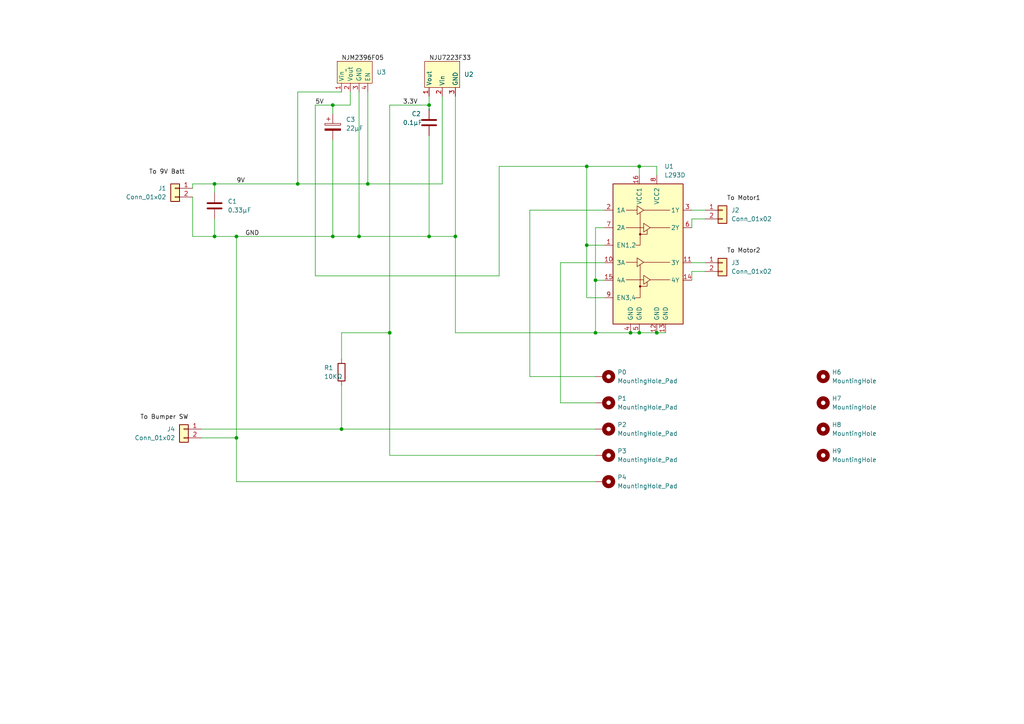
<source format=kicad_sch>
(kicad_sch (version 20230121) (generator eeschema)

  (uuid b061b30a-9339-434a-8325-6c25aee629e8)

  (paper "A4")

  (title_block
    (title "micro:bit curling robot")
    (date "2024-01-21")
    (rev "0.2")
  )

  (lib_symbols
    (symbol "Connector_Generic:Conn_01x02" (pin_names (offset 1.016) hide) (in_bom yes) (on_board yes)
      (property "Reference" "J" (at 0 2.54 0)
        (effects (font (size 1.27 1.27)))
      )
      (property "Value" "Conn_01x02" (at 0 -5.08 0)
        (effects (font (size 1.27 1.27)))
      )
      (property "Footprint" "" (at 0 0 0)
        (effects (font (size 1.27 1.27)) hide)
      )
      (property "Datasheet" "~" (at 0 0 0)
        (effects (font (size 1.27 1.27)) hide)
      )
      (property "ki_keywords" "connector" (at 0 0 0)
        (effects (font (size 1.27 1.27)) hide)
      )
      (property "ki_description" "Generic connector, single row, 01x02, script generated (kicad-library-utils/schlib/autogen/connector/)" (at 0 0 0)
        (effects (font (size 1.27 1.27)) hide)
      )
      (property "ki_fp_filters" "Connector*:*_1x??_*" (at 0 0 0)
        (effects (font (size 1.27 1.27)) hide)
      )
      (symbol "Conn_01x02_1_1"
        (rectangle (start -1.27 -2.413) (end 0 -2.667)
          (stroke (width 0.1524) (type default))
          (fill (type none))
        )
        (rectangle (start -1.27 0.127) (end 0 -0.127)
          (stroke (width 0.1524) (type default))
          (fill (type none))
        )
        (rectangle (start -1.27 1.27) (end 1.27 -3.81)
          (stroke (width 0.254) (type default))
          (fill (type background))
        )
        (pin passive line (at -5.08 0 0) (length 3.81)
          (name "Pin_1" (effects (font (size 1.27 1.27))))
          (number "1" (effects (font (size 1.27 1.27))))
        )
        (pin passive line (at -5.08 -2.54 0) (length 3.81)
          (name "Pin_2" (effects (font (size 1.27 1.27))))
          (number "2" (effects (font (size 1.27 1.27))))
        )
      )
    )
    (symbol "Device:C" (pin_numbers hide) (pin_names (offset 0.254)) (in_bom yes) (on_board yes)
      (property "Reference" "C" (at 0.635 2.54 0)
        (effects (font (size 1.27 1.27)) (justify left))
      )
      (property "Value" "C" (at 0.635 -2.54 0)
        (effects (font (size 1.27 1.27)) (justify left))
      )
      (property "Footprint" "" (at 0.9652 -3.81 0)
        (effects (font (size 1.27 1.27)) hide)
      )
      (property "Datasheet" "~" (at 0 0 0)
        (effects (font (size 1.27 1.27)) hide)
      )
      (property "ki_keywords" "cap capacitor" (at 0 0 0)
        (effects (font (size 1.27 1.27)) hide)
      )
      (property "ki_description" "Unpolarized capacitor" (at 0 0 0)
        (effects (font (size 1.27 1.27)) hide)
      )
      (property "ki_fp_filters" "C_*" (at 0 0 0)
        (effects (font (size 1.27 1.27)) hide)
      )
      (symbol "C_0_1"
        (polyline
          (pts
            (xy -2.032 -0.762)
            (xy 2.032 -0.762)
          )
          (stroke (width 0.508) (type default))
          (fill (type none))
        )
        (polyline
          (pts
            (xy -2.032 0.762)
            (xy 2.032 0.762)
          )
          (stroke (width 0.508) (type default))
          (fill (type none))
        )
      )
      (symbol "C_1_1"
        (pin passive line (at 0 3.81 270) (length 2.794)
          (name "~" (effects (font (size 1.27 1.27))))
          (number "1" (effects (font (size 1.27 1.27))))
        )
        (pin passive line (at 0 -3.81 90) (length 2.794)
          (name "~" (effects (font (size 1.27 1.27))))
          (number "2" (effects (font (size 1.27 1.27))))
        )
      )
    )
    (symbol "Device:C_Polarized" (pin_numbers hide) (pin_names (offset 0.254)) (in_bom yes) (on_board yes)
      (property "Reference" "C" (at 0.635 2.54 0)
        (effects (font (size 1.27 1.27)) (justify left))
      )
      (property "Value" "C_Polarized" (at 0.635 -2.54 0)
        (effects (font (size 1.27 1.27)) (justify left))
      )
      (property "Footprint" "" (at 0.9652 -3.81 0)
        (effects (font (size 1.27 1.27)) hide)
      )
      (property "Datasheet" "~" (at 0 0 0)
        (effects (font (size 1.27 1.27)) hide)
      )
      (property "ki_keywords" "cap capacitor" (at 0 0 0)
        (effects (font (size 1.27 1.27)) hide)
      )
      (property "ki_description" "Polarized capacitor" (at 0 0 0)
        (effects (font (size 1.27 1.27)) hide)
      )
      (property "ki_fp_filters" "CP_*" (at 0 0 0)
        (effects (font (size 1.27 1.27)) hide)
      )
      (symbol "C_Polarized_0_1"
        (rectangle (start -2.286 0.508) (end 2.286 1.016)
          (stroke (width 0) (type default))
          (fill (type none))
        )
        (polyline
          (pts
            (xy -1.778 2.286)
            (xy -0.762 2.286)
          )
          (stroke (width 0) (type default))
          (fill (type none))
        )
        (polyline
          (pts
            (xy -1.27 2.794)
            (xy -1.27 1.778)
          )
          (stroke (width 0) (type default))
          (fill (type none))
        )
        (rectangle (start 2.286 -0.508) (end -2.286 -1.016)
          (stroke (width 0) (type default))
          (fill (type outline))
        )
      )
      (symbol "C_Polarized_1_1"
        (pin passive line (at 0 3.81 270) (length 2.794)
          (name "~" (effects (font (size 1.27 1.27))))
          (number "1" (effects (font (size 1.27 1.27))))
        )
        (pin passive line (at 0 -3.81 90) (length 2.794)
          (name "~" (effects (font (size 1.27 1.27))))
          (number "2" (effects (font (size 1.27 1.27))))
        )
      )
    )
    (symbol "Device:R" (pin_numbers hide) (pin_names (offset 0)) (in_bom yes) (on_board yes)
      (property "Reference" "R" (at 2.032 0 90)
        (effects (font (size 1.27 1.27)))
      )
      (property "Value" "R" (at 0 0 90)
        (effects (font (size 1.27 1.27)))
      )
      (property "Footprint" "" (at -1.778 0 90)
        (effects (font (size 1.27 1.27)) hide)
      )
      (property "Datasheet" "~" (at 0 0 0)
        (effects (font (size 1.27 1.27)) hide)
      )
      (property "ki_keywords" "R res resistor" (at 0 0 0)
        (effects (font (size 1.27 1.27)) hide)
      )
      (property "ki_description" "Resistor" (at 0 0 0)
        (effects (font (size 1.27 1.27)) hide)
      )
      (property "ki_fp_filters" "R_*" (at 0 0 0)
        (effects (font (size 1.27 1.27)) hide)
      )
      (symbol "R_0_1"
        (rectangle (start -1.016 -2.54) (end 1.016 2.54)
          (stroke (width 0.254) (type default))
          (fill (type none))
        )
      )
      (symbol "R_1_1"
        (pin passive line (at 0 3.81 270) (length 1.27)
          (name "~" (effects (font (size 1.27 1.27))))
          (number "1" (effects (font (size 1.27 1.27))))
        )
        (pin passive line (at 0 -3.81 90) (length 1.27)
          (name "~" (effects (font (size 1.27 1.27))))
          (number "2" (effects (font (size 1.27 1.27))))
        )
      )
    )
    (symbol "Driver_Motor:L293D" (pin_names (offset 1.016)) (in_bom yes) (on_board yes)
      (property "Reference" "U" (at -5.08 26.035 0)
        (effects (font (size 1.27 1.27)) (justify right))
      )
      (property "Value" "L293D" (at -5.08 24.13 0)
        (effects (font (size 1.27 1.27)) (justify right))
      )
      (property "Footprint" "Package_DIP:DIP-16_W7.62mm" (at 6.35 -19.05 0)
        (effects (font (size 1.27 1.27)) (justify left) hide)
      )
      (property "Datasheet" "http://www.ti.com/lit/ds/symlink/l293.pdf" (at -7.62 17.78 0)
        (effects (font (size 1.27 1.27)) hide)
      )
      (property "ki_keywords" "Half-H Driver Motor" (at 0 0 0)
        (effects (font (size 1.27 1.27)) hide)
      )
      (property "ki_description" "Quadruple Half-H Drivers" (at 0 0 0)
        (effects (font (size 1.27 1.27)) hide)
      )
      (property "ki_fp_filters" "DIP*W7.62mm*" (at 0 0 0)
        (effects (font (size 1.27 1.27)) hide)
      )
      (symbol "L293D_0_1"
        (rectangle (start -10.16 22.86) (end 10.16 -17.78)
          (stroke (width 0.254) (type default))
          (fill (type background))
        )
        (circle (center -2.286 -6.858) (radius 0.254)
          (stroke (width 0) (type default))
          (fill (type outline))
        )
        (circle (center -2.286 8.255) (radius 0.254)
          (stroke (width 0) (type default))
          (fill (type outline))
        )
        (polyline
          (pts
            (xy -6.35 -4.953)
            (xy -1.27 -4.953)
          )
          (stroke (width 0) (type default))
          (fill (type none))
        )
        (polyline
          (pts
            (xy -6.35 0.127)
            (xy -3.175 0.127)
          )
          (stroke (width 0) (type default))
          (fill (type none))
        )
        (polyline
          (pts
            (xy -6.35 10.16)
            (xy -1.27 10.16)
          )
          (stroke (width 0) (type default))
          (fill (type none))
        )
        (polyline
          (pts
            (xy -6.35 15.24)
            (xy -3.175 15.24)
          )
          (stroke (width 0) (type default))
          (fill (type none))
        )
        (polyline
          (pts
            (xy -1.27 0.127)
            (xy 6.35 0.127)
          )
          (stroke (width 0) (type default))
          (fill (type none))
        )
        (polyline
          (pts
            (xy -1.27 15.24)
            (xy 6.35 15.24)
          )
          (stroke (width 0) (type default))
          (fill (type none))
        )
        (polyline
          (pts
            (xy 0.635 -4.953)
            (xy 6.35 -4.953)
          )
          (stroke (width 0) (type default))
          (fill (type none))
        )
        (polyline
          (pts
            (xy 0.635 10.16)
            (xy 6.35 10.16)
          )
          (stroke (width 0) (type default))
          (fill (type none))
        )
        (polyline
          (pts
            (xy -2.286 -6.858)
            (xy -0.254 -6.858)
            (xy -0.254 -5.588)
          )
          (stroke (width 0) (type default))
          (fill (type none))
        )
        (polyline
          (pts
            (xy -2.286 -0.635)
            (xy -2.286 -10.16)
            (xy -3.556 -10.16)
          )
          (stroke (width 0) (type default))
          (fill (type none))
        )
        (polyline
          (pts
            (xy -2.286 8.255)
            (xy -0.254 8.255)
            (xy -0.254 9.525)
          )
          (stroke (width 0) (type default))
          (fill (type none))
        )
        (polyline
          (pts
            (xy -2.286 14.478)
            (xy -2.286 5.08)
            (xy -3.556 5.08)
          )
          (stroke (width 0) (type default))
          (fill (type none))
        )
        (polyline
          (pts
            (xy -3.175 1.397)
            (xy -3.175 -1.143)
            (xy -1.27 0.127)
            (xy -3.175 1.397)
          )
          (stroke (width 0) (type default))
          (fill (type none))
        )
        (polyline
          (pts
            (xy -3.175 16.51)
            (xy -3.175 13.97)
            (xy -1.27 15.24)
            (xy -3.175 16.51)
          )
          (stroke (width 0) (type default))
          (fill (type none))
        )
        (polyline
          (pts
            (xy -1.27 -3.683)
            (xy -1.27 -6.223)
            (xy 0.635 -4.953)
            (xy -1.27 -3.683)
          )
          (stroke (width 0) (type default))
          (fill (type none))
        )
        (polyline
          (pts
            (xy -1.27 11.43)
            (xy -1.27 8.89)
            (xy 0.635 10.16)
            (xy -1.27 11.43)
          )
          (stroke (width 0) (type default))
          (fill (type none))
        )
      )
      (symbol "L293D_1_1"
        (pin input line (at -12.7 5.08 0) (length 2.54)
          (name "EN1,2" (effects (font (size 1.27 1.27))))
          (number "1" (effects (font (size 1.27 1.27))))
        )
        (pin input line (at -12.7 0 0) (length 2.54)
          (name "3A" (effects (font (size 1.27 1.27))))
          (number "10" (effects (font (size 1.27 1.27))))
        )
        (pin output line (at 12.7 0 180) (length 2.54)
          (name "3Y" (effects (font (size 1.27 1.27))))
          (number "11" (effects (font (size 1.27 1.27))))
        )
        (pin power_in line (at 2.54 -20.32 90) (length 2.54)
          (name "GND" (effects (font (size 1.27 1.27))))
          (number "12" (effects (font (size 1.27 1.27))))
        )
        (pin power_in line (at 5.08 -20.32 90) (length 2.54)
          (name "GND" (effects (font (size 1.27 1.27))))
          (number "13" (effects (font (size 1.27 1.27))))
        )
        (pin output line (at 12.7 -5.08 180) (length 2.54)
          (name "4Y" (effects (font (size 1.27 1.27))))
          (number "14" (effects (font (size 1.27 1.27))))
        )
        (pin input line (at -12.7 -5.08 0) (length 2.54)
          (name "4A" (effects (font (size 1.27 1.27))))
          (number "15" (effects (font (size 1.27 1.27))))
        )
        (pin power_in line (at -2.54 25.4 270) (length 2.54)
          (name "VCC1" (effects (font (size 1.27 1.27))))
          (number "16" (effects (font (size 1.27 1.27))))
        )
        (pin input line (at -12.7 15.24 0) (length 2.54)
          (name "1A" (effects (font (size 1.27 1.27))))
          (number "2" (effects (font (size 1.27 1.27))))
        )
        (pin output line (at 12.7 15.24 180) (length 2.54)
          (name "1Y" (effects (font (size 1.27 1.27))))
          (number "3" (effects (font (size 1.27 1.27))))
        )
        (pin power_in line (at -5.08 -20.32 90) (length 2.54)
          (name "GND" (effects (font (size 1.27 1.27))))
          (number "4" (effects (font (size 1.27 1.27))))
        )
        (pin power_in line (at -2.54 -20.32 90) (length 2.54)
          (name "GND" (effects (font (size 1.27 1.27))))
          (number "5" (effects (font (size 1.27 1.27))))
        )
        (pin output line (at 12.7 10.16 180) (length 2.54)
          (name "2Y" (effects (font (size 1.27 1.27))))
          (number "6" (effects (font (size 1.27 1.27))))
        )
        (pin input line (at -12.7 10.16 0) (length 2.54)
          (name "2A" (effects (font (size 1.27 1.27))))
          (number "7" (effects (font (size 1.27 1.27))))
        )
        (pin power_in line (at 2.54 25.4 270) (length 2.54)
          (name "VCC2" (effects (font (size 1.27 1.27))))
          (number "8" (effects (font (size 1.27 1.27))))
        )
        (pin input line (at -12.7 -10.16 0) (length 2.54)
          (name "EN3,4" (effects (font (size 1.27 1.27))))
          (number "9" (effects (font (size 1.27 1.27))))
        )
      )
    )
    (symbol "Mechanical:MountingHole" (pin_names (offset 1.016)) (in_bom yes) (on_board yes)
      (property "Reference" "H" (at 0 5.08 0)
        (effects (font (size 1.27 1.27)))
      )
      (property "Value" "MountingHole" (at 0 3.175 0)
        (effects (font (size 1.27 1.27)))
      )
      (property "Footprint" "" (at 0 0 0)
        (effects (font (size 1.27 1.27)) hide)
      )
      (property "Datasheet" "~" (at 0 0 0)
        (effects (font (size 1.27 1.27)) hide)
      )
      (property "ki_keywords" "mounting hole" (at 0 0 0)
        (effects (font (size 1.27 1.27)) hide)
      )
      (property "ki_description" "Mounting Hole without connection" (at 0 0 0)
        (effects (font (size 1.27 1.27)) hide)
      )
      (property "ki_fp_filters" "MountingHole*" (at 0 0 0)
        (effects (font (size 1.27 1.27)) hide)
      )
      (symbol "MountingHole_0_1"
        (circle (center 0 0) (radius 1.27)
          (stroke (width 1.27) (type default))
          (fill (type none))
        )
      )
    )
    (symbol "Mechanical:MountingHole_Pad" (pin_numbers hide) (pin_names (offset 1.016) hide) (in_bom yes) (on_board yes)
      (property "Reference" "H" (at 0 6.35 0)
        (effects (font (size 1.27 1.27)))
      )
      (property "Value" "MountingHole_Pad" (at 0 4.445 0)
        (effects (font (size 1.27 1.27)))
      )
      (property "Footprint" "" (at 0 0 0)
        (effects (font (size 1.27 1.27)) hide)
      )
      (property "Datasheet" "~" (at 0 0 0)
        (effects (font (size 1.27 1.27)) hide)
      )
      (property "ki_keywords" "mounting hole" (at 0 0 0)
        (effects (font (size 1.27 1.27)) hide)
      )
      (property "ki_description" "Mounting Hole with connection" (at 0 0 0)
        (effects (font (size 1.27 1.27)) hide)
      )
      (property "ki_fp_filters" "MountingHole*Pad*" (at 0 0 0)
        (effects (font (size 1.27 1.27)) hide)
      )
      (symbol "MountingHole_Pad_0_1"
        (circle (center 0 1.27) (radius 1.27)
          (stroke (width 1.27) (type default))
          (fill (type none))
        )
      )
      (symbol "MountingHole_Pad_1_1"
        (pin input line (at 0 -2.54 90) (length 2.54)
          (name "1" (effects (font (size 1.27 1.27))))
          (number "1" (effects (font (size 1.27 1.27))))
        )
      )
    )
    (symbol "My_Library:NJM2396F05" (in_bom yes) (on_board yes)
      (property "Reference" "U" (at 2.54 5.08 0)
        (effects (font (size 1.27 1.27)))
      )
      (property "Value" "" (at 0 1.27 0)
        (effects (font (size 1.27 1.27)))
      )
      (property "Footprint" "" (at 0 1.27 0)
        (effects (font (size 1.27 1.27)) hide)
      )
      (property "Datasheet" "" (at 0 1.27 0)
        (effects (font (size 1.27 1.27)) hide)
      )
      (symbol "NJM2396F05_1_1"
        (rectangle (start -3.81 3.81) (end 2.54 -6.35)
          (stroke (width 0) (type default))
          (fill (type background))
        )
        (pin input line (at -6.35 2.54 0) (length 2.54)
          (name "Vin" (effects (font (size 1.27 1.27))))
          (number "1" (effects (font (size 1.27 1.27))))
        )
        (pin input line (at -6.35 0 0) (length 2.54)
          (name "Vout" (effects (font (size 1.27 1.27))))
          (number "2" (effects (font (size 1.27 1.27))))
        )
        (pin input line (at -6.35 -2.54 0) (length 2.54)
          (name "GND" (effects (font (size 1.27 1.27))))
          (number "3" (effects (font (size 1.27 1.27))))
        )
        (pin input line (at -6.35 -5.08 0) (length 2.54)
          (name "EN" (effects (font (size 1.27 1.27))))
          (number "4" (effects (font (size 1.27 1.27))))
        )
      )
    )
    (symbol "My_Library:NJU7223F33" (in_bom yes) (on_board yes)
      (property "Reference" "NJU7223F33" (at 0 3.81 0)
        (effects (font (size 1.27 1.27)))
      )
      (property "Value" "" (at 0 0 0)
        (effects (font (size 1.27 1.27)))
      )
      (property "Footprint" "" (at 0 0 0)
        (effects (font (size 1.27 1.27)) hide)
      )
      (property "Datasheet" "" (at 0 0 0)
        (effects (font (size 1.27 1.27)) hide)
      )
      (symbol "NJU7223F33_1_1"
        (rectangle (start 6.35 1.27) (end 13.97 -8.89)
          (stroke (width 0) (type default))
          (fill (type background))
        )
        (pin output line (at 3.81 0 0) (length 2.54)
          (name "Vout" (effects (font (size 1.27 1.27))))
          (number "1" (effects (font (size 1.27 1.27))))
        )
        (pin output line (at 3.81 -3.81 0) (length 2.54)
          (name "Vin" (effects (font (size 1.27 1.27))))
          (number "2" (effects (font (size 1.27 1.27))))
        )
        (pin free line (at 3.81 -7.62 0) (length 2.54)
          (name "GND" (effects (font (size 1.27 1.27))))
          (number "3" (effects (font (size 1.27 1.27))))
        )
      )
    )
  )

  (junction (at 86.36 53.34) (diameter 0) (color 0 0 0 0)
    (uuid 164d3cd0-1bfe-47f6-baec-36fc860214db)
  )
  (junction (at 96.52 68.58) (diameter 0) (color 0 0 0 0)
    (uuid 2962b9a3-ad55-4b33-b821-0f07aa528f39)
  )
  (junction (at 62.23 68.58) (diameter 0) (color 0 0 0 0)
    (uuid 39ed430a-381f-49be-9dc1-2150449b98cd)
  )
  (junction (at 172.72 96.52) (diameter 0) (color 0 0 0 0)
    (uuid 44179c43-d950-4221-af17-8107e491684d)
  )
  (junction (at 62.23 53.34) (diameter 0) (color 0 0 0 0)
    (uuid 55521da3-9d0e-4ec0-bbf8-683c9ff42292)
  )
  (junction (at 172.72 81.28) (diameter 0) (color 0 0 0 0)
    (uuid 696c5c72-36b1-43de-9295-f1ec09fe845f)
  )
  (junction (at 185.42 48.26) (diameter 0) (color 0 0 0 0)
    (uuid 78c0bba8-25f8-4576-8b8a-6d3057bbad23)
  )
  (junction (at 132.08 68.58) (diameter 0) (color 0 0 0 0)
    (uuid 842bee81-67d4-438c-84fa-f83eb66ae5d0)
  )
  (junction (at 170.18 71.12) (diameter 0) (color 0 0 0 0)
    (uuid 89aecab0-97ec-412c-8bd3-656773474133)
  )
  (junction (at 185.42 96.52) (diameter 0) (color 0 0 0 0)
    (uuid 9e4a7b92-dcbd-4619-b332-edefb3524d36)
  )
  (junction (at 68.58 68.58) (diameter 0) (color 0 0 0 0)
    (uuid ab972e6f-a90c-4eae-b424-680ce36f108f)
  )
  (junction (at 124.46 30.48) (diameter 0) (color 0 0 0 0)
    (uuid c3530614-3edd-4943-b7f0-cca7130f5659)
  )
  (junction (at 99.06 124.46) (diameter 0) (color 0 0 0 0)
    (uuid c3b10392-8dc9-43b2-aaac-50a3269cafbf)
  )
  (junction (at 170.18 48.26) (diameter 0) (color 0 0 0 0)
    (uuid c91ff29d-c8ec-4dd2-b59b-7de82220ccb8)
  )
  (junction (at 104.14 68.58) (diameter 0) (color 0 0 0 0)
    (uuid d58fc3b3-5851-4b53-a5d7-45b809e5aa7f)
  )
  (junction (at 182.88 96.52) (diameter 0) (color 0 0 0 0)
    (uuid df44cfe2-049b-42f0-8c8e-f2b56509c54a)
  )
  (junction (at 124.46 68.58) (diameter 0) (color 0 0 0 0)
    (uuid e4182785-8c50-4c3c-a2e0-aaba469ef992)
  )
  (junction (at 68.58 127) (diameter 0) (color 0 0 0 0)
    (uuid eb3245b5-67d7-4a47-bb56-0ded1c260124)
  )
  (junction (at 190.5 96.52) (diameter 0) (color 0 0 0 0)
    (uuid ef2ececf-7339-4079-ba62-df74a4f0f502)
  )
  (junction (at 113.03 96.52) (diameter 0) (color 0 0 0 0)
    (uuid f42fbb93-1c40-46ff-b254-71cca84a5389)
  )
  (junction (at 106.68 53.34) (diameter 0) (color 0 0 0 0)
    (uuid f4b59b1b-aff0-4159-8b26-8ebf6273d248)
  )
  (junction (at 96.52 30.48) (diameter 0) (color 0 0 0 0)
    (uuid fb6acb78-6c41-43e6-9c15-6630112a2de0)
  )

  (wire (pts (xy 132.08 96.52) (xy 172.72 96.52))
    (stroke (width 0) (type default))
    (uuid 076275ca-6aac-49bb-a59b-d54f4a6415ad)
  )
  (wire (pts (xy 200.66 76.2) (xy 204.47 76.2))
    (stroke (width 0) (type default))
    (uuid 08b8d6cb-3483-4f06-9325-1833852821f1)
  )
  (wire (pts (xy 128.27 27.94) (xy 128.27 53.34))
    (stroke (width 0) (type default))
    (uuid 0e9d5ec0-3755-41c5-a965-9f9f6335c1fd)
  )
  (wire (pts (xy 113.03 30.48) (xy 124.46 30.48))
    (stroke (width 0) (type default))
    (uuid 12a0fa5f-6024-40e6-b7df-81a12e0b784a)
  )
  (wire (pts (xy 170.18 48.26) (xy 185.42 48.26))
    (stroke (width 0) (type default))
    (uuid 1adf3fa4-0fa3-4479-85ce-d1f637e6aeca)
  )
  (wire (pts (xy 132.08 68.58) (xy 124.46 68.58))
    (stroke (width 0) (type default))
    (uuid 1e5ece9b-e3d0-434e-849b-3463d42f9ad1)
  )
  (wire (pts (xy 104.14 68.58) (xy 96.52 68.58))
    (stroke (width 0) (type default))
    (uuid 1e806568-1306-4e92-bca0-a567c089a058)
  )
  (wire (pts (xy 62.23 68.58) (xy 68.58 68.58))
    (stroke (width 0) (type default))
    (uuid 25487b08-f815-4ac1-a354-2ba533a728c5)
  )
  (wire (pts (xy 172.72 139.7) (xy 68.58 139.7))
    (stroke (width 0) (type default))
    (uuid 2d8a1405-7a77-4131-82e4-75524ccc87cc)
  )
  (wire (pts (xy 113.03 96.52) (xy 99.06 96.52))
    (stroke (width 0) (type default))
    (uuid 30198fc1-46ed-4d3d-bd97-d3c849717594)
  )
  (wire (pts (xy 91.44 30.48) (xy 91.44 80.01))
    (stroke (width 0) (type default))
    (uuid 301f7e53-7dc1-4ebf-9414-999fac36bf85)
  )
  (wire (pts (xy 113.03 30.48) (xy 113.03 96.52))
    (stroke (width 0) (type default))
    (uuid 31c08990-fffa-424a-83f4-890681a9332a)
  )
  (wire (pts (xy 86.36 53.34) (xy 106.68 53.34))
    (stroke (width 0) (type default))
    (uuid 34f6a711-f184-44ce-bcf2-23de5271528b)
  )
  (wire (pts (xy 68.58 68.58) (xy 68.58 127))
    (stroke (width 0) (type default))
    (uuid 38e20017-6b8a-4eb7-8921-8a3e5a0ec69d)
  )
  (wire (pts (xy 124.46 31.75) (xy 124.46 30.48))
    (stroke (width 0) (type default))
    (uuid 3d8a6f43-8e40-46ba-8b5a-2d454559e899)
  )
  (wire (pts (xy 175.26 81.28) (xy 172.72 81.28))
    (stroke (width 0) (type default))
    (uuid 3e0fe03f-a509-4768-ac5c-a84ee5629b46)
  )
  (wire (pts (xy 55.88 53.34) (xy 55.88 54.61))
    (stroke (width 0) (type default))
    (uuid 3fb358ed-b02b-4a9d-8f18-daedac95c020)
  )
  (wire (pts (xy 172.72 81.28) (xy 172.72 96.52))
    (stroke (width 0) (type default))
    (uuid 406da3f1-3779-4e3b-837f-457b45d653f0)
  )
  (wire (pts (xy 55.88 68.58) (xy 62.23 68.58))
    (stroke (width 0) (type default))
    (uuid 42970a7c-c8b4-42dd-b833-312aaf6cc0a6)
  )
  (wire (pts (xy 68.58 68.58) (xy 96.52 68.58))
    (stroke (width 0) (type default))
    (uuid 443fd846-9a4c-4c90-9c77-1316d4d8ecba)
  )
  (wire (pts (xy 68.58 127) (xy 68.58 139.7))
    (stroke (width 0) (type default))
    (uuid 44cedf38-baf7-47bc-9f3c-684537b2705f)
  )
  (wire (pts (xy 200.66 60.96) (xy 204.47 60.96))
    (stroke (width 0) (type default))
    (uuid 4ab2c342-67b6-45ce-a9da-7118e5929190)
  )
  (wire (pts (xy 99.06 26.67) (xy 86.36 26.67))
    (stroke (width 0) (type default))
    (uuid 532e7039-933d-452e-a0be-30c1b200f6b8)
  )
  (wire (pts (xy 55.88 53.34) (xy 62.23 53.34))
    (stroke (width 0) (type default))
    (uuid 535210ae-af3f-4e40-b0de-d30fe1150758)
  )
  (wire (pts (xy 96.52 33.02) (xy 96.52 30.48))
    (stroke (width 0) (type default))
    (uuid 5989472e-ec97-40c5-a241-f6fa8a6827f6)
  )
  (wire (pts (xy 182.88 96.52) (xy 185.42 96.52))
    (stroke (width 0) (type default))
    (uuid 59af46d9-eb54-4a5e-98da-4428d2d6b60d)
  )
  (wire (pts (xy 175.26 66.04) (xy 172.72 66.04))
    (stroke (width 0) (type default))
    (uuid 59f2b85f-059e-4342-af40-d983802b8397)
  )
  (wire (pts (xy 91.44 80.01) (xy 144.78 80.01))
    (stroke (width 0) (type default))
    (uuid 5b431d66-c35b-407f-a5d9-287950bd426d)
  )
  (wire (pts (xy 162.56 76.2) (xy 175.26 76.2))
    (stroke (width 0) (type default))
    (uuid 60990e21-204b-492f-8c1c-e30ae29c2320)
  )
  (wire (pts (xy 162.56 116.84) (xy 172.72 116.84))
    (stroke (width 0) (type default))
    (uuid 646e2415-61e4-425b-8342-6f5aca3d361f)
  )
  (wire (pts (xy 172.72 96.52) (xy 182.88 96.52))
    (stroke (width 0) (type default))
    (uuid 6a9a736e-62d3-4a13-a14d-bb08f5c97d50)
  )
  (wire (pts (xy 172.72 132.08) (xy 113.03 132.08))
    (stroke (width 0) (type default))
    (uuid 6dae6fac-c968-4cf3-a97f-7aa2e2928e08)
  )
  (wire (pts (xy 185.42 48.26) (xy 190.5 48.26))
    (stroke (width 0) (type default))
    (uuid 7359a5af-e4a9-47da-9581-015d831c4e54)
  )
  (wire (pts (xy 106.68 53.34) (xy 128.27 53.34))
    (stroke (width 0) (type default))
    (uuid 756f7202-df77-4d6d-8ac8-4049afda2d52)
  )
  (wire (pts (xy 153.67 60.96) (xy 153.67 109.22))
    (stroke (width 0) (type default))
    (uuid 762f3fcd-49cb-4d2b-b4c5-a32e0904c9dc)
  )
  (wire (pts (xy 101.6 30.48) (xy 96.52 30.48))
    (stroke (width 0) (type default))
    (uuid 768dc4b6-bf1f-4a9d-98a0-cf25a4a75586)
  )
  (wire (pts (xy 99.06 124.46) (xy 172.72 124.46))
    (stroke (width 0) (type default))
    (uuid 781fc735-a4f5-4db7-9620-cdffc977ce5c)
  )
  (wire (pts (xy 170.18 71.12) (xy 170.18 86.36))
    (stroke (width 0) (type default))
    (uuid 7b9e5f12-c1a9-49ea-a8af-e243b4436f53)
  )
  (wire (pts (xy 99.06 111.76) (xy 99.06 124.46))
    (stroke (width 0) (type default))
    (uuid 7c928acd-4a72-4abb-8925-1e1440270cb7)
  )
  (wire (pts (xy 170.18 71.12) (xy 175.26 71.12))
    (stroke (width 0) (type default))
    (uuid 7dd64a89-1f5f-4233-bb83-14385f760c75)
  )
  (wire (pts (xy 153.67 60.96) (xy 175.26 60.96))
    (stroke (width 0) (type default))
    (uuid 84679ef7-6469-4ecb-bf7f-1e0aa77b31c9)
  )
  (wire (pts (xy 185.42 96.52) (xy 190.5 96.52))
    (stroke (width 0) (type default))
    (uuid 8509985e-e546-45fc-85b8-0c34e89b0694)
  )
  (wire (pts (xy 170.18 48.26) (xy 170.18 71.12))
    (stroke (width 0) (type default))
    (uuid 876c060a-fa62-4b39-a030-8563c42b5fda)
  )
  (wire (pts (xy 204.47 63.5) (xy 200.66 63.5))
    (stroke (width 0) (type default))
    (uuid 8e39059f-d7e1-4e75-ae94-455c75da7912)
  )
  (wire (pts (xy 190.5 96.52) (xy 193.04 96.52))
    (stroke (width 0) (type default))
    (uuid 95c872a8-47ed-476f-9299-ad963fd31a78)
  )
  (wire (pts (xy 144.78 80.01) (xy 144.78 48.26))
    (stroke (width 0) (type default))
    (uuid 9be4e00f-7596-4e63-b4ab-7f7d61c96a1a)
  )
  (wire (pts (xy 86.36 26.67) (xy 86.36 53.34))
    (stroke (width 0) (type default))
    (uuid 9d7a2de2-a65d-4c24-8f4b-1184a1795f1b)
  )
  (wire (pts (xy 91.44 30.48) (xy 96.52 30.48))
    (stroke (width 0) (type default))
    (uuid 9e1b3cf1-a8bc-4423-b1b9-9645da202c84)
  )
  (wire (pts (xy 62.23 53.34) (xy 62.23 55.88))
    (stroke (width 0) (type default))
    (uuid 9e55f6ac-d9e5-4091-a6d6-17418ddb20f8)
  )
  (wire (pts (xy 162.56 76.2) (xy 162.56 116.84))
    (stroke (width 0) (type default))
    (uuid 9eabf900-5be9-4e82-bece-5d70443ca20e)
  )
  (wire (pts (xy 124.46 39.37) (xy 124.46 68.58))
    (stroke (width 0) (type default))
    (uuid a8744cbd-6671-4479-a3ff-f252a67323c3)
  )
  (wire (pts (xy 190.5 48.26) (xy 190.5 50.8))
    (stroke (width 0) (type default))
    (uuid a8db4021-039f-427f-b844-d1e35c6fcfb1)
  )
  (wire (pts (xy 144.78 48.26) (xy 170.18 48.26))
    (stroke (width 0) (type default))
    (uuid af436868-7431-43a3-9650-af16ea0326e2)
  )
  (wire (pts (xy 153.67 109.22) (xy 172.72 109.22))
    (stroke (width 0) (type default))
    (uuid bb87e273-3e23-4273-8cae-260cd620e01f)
  )
  (wire (pts (xy 204.47 78.74) (xy 200.66 78.74))
    (stroke (width 0) (type default))
    (uuid bc00b848-26ac-438a-b0a8-c5fd5484f250)
  )
  (wire (pts (xy 200.66 63.5) (xy 200.66 66.04))
    (stroke (width 0) (type default))
    (uuid bcf86aa1-5c10-4412-abe5-5fc4aabf5514)
  )
  (wire (pts (xy 101.6 26.67) (xy 101.6 30.48))
    (stroke (width 0) (type default))
    (uuid bd74ab3b-eca7-45a7-8790-32d9ce8e8f80)
  )
  (wire (pts (xy 172.72 66.04) (xy 172.72 81.28))
    (stroke (width 0) (type default))
    (uuid c26dac2d-30aa-45e6-bb89-898d54ab743c)
  )
  (wire (pts (xy 124.46 27.94) (xy 124.46 30.48))
    (stroke (width 0) (type default))
    (uuid c3d9563d-375c-46b2-a101-5f130f40edca)
  )
  (wire (pts (xy 132.08 27.94) (xy 132.08 68.58))
    (stroke (width 0) (type default))
    (uuid c54e2d4f-8fbd-45fa-abcf-c0c7b664098d)
  )
  (wire (pts (xy 55.88 57.15) (xy 55.88 68.58))
    (stroke (width 0) (type default))
    (uuid cbd6e0c8-1021-4fd0-a7d2-744b9d627378)
  )
  (wire (pts (xy 170.18 86.36) (xy 175.26 86.36))
    (stroke (width 0) (type default))
    (uuid cfa8d4ab-56d1-4528-aefc-dbf1bf143245)
  )
  (wire (pts (xy 58.42 127) (xy 68.58 127))
    (stroke (width 0) (type default))
    (uuid d81f9cc4-7d9d-4260-8724-f8987bfffd7a)
  )
  (wire (pts (xy 132.08 68.58) (xy 132.08 96.52))
    (stroke (width 0) (type default))
    (uuid daa3a4e2-0b25-41a0-81c3-67ea8985fed6)
  )
  (wire (pts (xy 124.46 68.58) (xy 104.14 68.58))
    (stroke (width 0) (type default))
    (uuid de4843d0-cbb5-41f6-98a3-bc04c38367c5)
  )
  (wire (pts (xy 106.68 26.67) (xy 106.68 53.34))
    (stroke (width 0) (type default))
    (uuid debb3f50-0acc-4ce1-9676-50bc52bfc363)
  )
  (wire (pts (xy 96.52 40.64) (xy 96.52 68.58))
    (stroke (width 0) (type default))
    (uuid e06100d6-51e5-4685-a430-e758ee493938)
  )
  (wire (pts (xy 104.14 26.67) (xy 104.14 68.58))
    (stroke (width 0) (type default))
    (uuid e3df353b-3fe0-4d9b-9b3e-be2d0a45c2e2)
  )
  (wire (pts (xy 185.42 48.26) (xy 185.42 50.8))
    (stroke (width 0) (type default))
    (uuid e7eb5ea6-7810-4488-a6a4-ea0522363f2b)
  )
  (wire (pts (xy 113.03 132.08) (xy 113.03 96.52))
    (stroke (width 0) (type default))
    (uuid ed8328a8-3da5-4a9e-b779-79e23a026973)
  )
  (wire (pts (xy 99.06 96.52) (xy 99.06 104.14))
    (stroke (width 0) (type default))
    (uuid eebb9434-7a3e-42c5-bb33-81d586cd5ff6)
  )
  (wire (pts (xy 62.23 63.5) (xy 62.23 68.58))
    (stroke (width 0) (type default))
    (uuid f0aa2718-0cb5-42df-bfb5-e0b5c8049ff3)
  )
  (wire (pts (xy 62.23 53.34) (xy 86.36 53.34))
    (stroke (width 0) (type default))
    (uuid f347c4a8-0875-4817-bfca-bf48c8b10853)
  )
  (wire (pts (xy 200.66 78.74) (xy 200.66 81.28))
    (stroke (width 0) (type default))
    (uuid fa1b189e-86b2-4791-bb3b-7a21f0acbd2c)
  )
  (wire (pts (xy 58.42 124.46) (xy 99.06 124.46))
    (stroke (width 0) (type default))
    (uuid fc84933c-8c77-4503-85aa-8e81c0800c5b)
  )

  (label "NJU7223F33" (at 124.46 17.78 0) (fields_autoplaced)
    (effects (font (size 1.27 1.27)) (justify left bottom))
    (uuid 1cd83beb-f067-4f0d-882d-d004487eca4c)
  )
  (label "3.3V" (at 116.84 30.48 0) (fields_autoplaced)
    (effects (font (size 1.27 1.27)) (justify left bottom))
    (uuid 3a43afc4-3bd9-48c1-b47f-4fc19482f3e2)
  )
  (label "GND" (at 71.12 68.58 0) (fields_autoplaced)
    (effects (font (size 1.27 1.27)) (justify left bottom))
    (uuid 47373d98-ec4f-45e2-a6a3-9343aab8e7a7)
  )
  (label "To Motor2" (at 210.82 73.66 0) (fields_autoplaced)
    (effects (font (size 1.27 1.27)) (justify left bottom))
    (uuid 4803f5ab-94f5-4327-be82-9b4d24eabac2)
  )
  (label "5V" (at 91.44 30.48 0) (fields_autoplaced)
    (effects (font (size 1.27 1.27)) (justify left bottom))
    (uuid 5e6e896d-0383-47a4-9336-76e1f406276a)
  )
  (label "9V" (at 68.58 53.34 0) (fields_autoplaced)
    (effects (font (size 1.27 1.27)) (justify left bottom))
    (uuid 7c32fe2a-3051-4095-b3b4-eb520476efd9)
  )
  (label "To 9V Batt" (at 43.18 50.8 0) (fields_autoplaced)
    (effects (font (size 1.27 1.27)) (justify left bottom))
    (uuid 7e1714d7-1c7c-41fd-949d-961df1bc3ed1)
  )
  (label "NJM2396F05" (at 99.06 17.78 0) (fields_autoplaced)
    (effects (font (size 1.27 1.27)) (justify left bottom))
    (uuid e8599c9c-2fec-480b-a17d-2784f96319ca)
  )
  (label "To Bumper SW" (at 40.64 121.92 0) (fields_autoplaced)
    (effects (font (size 1.27 1.27)) (justify left bottom))
    (uuid e90ea577-5065-4f3f-abf5-119c2d780ce0)
  )
  (label "To Motor1" (at 210.82 58.42 0) (fields_autoplaced)
    (effects (font (size 1.27 1.27)) (justify left bottom))
    (uuid f44fb843-18ed-41ea-b48a-094910f73707)
  )

  (symbol (lib_id "Device:R") (at 99.06 107.95 0) (unit 1)
    (in_bom yes) (on_board yes) (dnp no)
    (uuid 002a0a8d-0d3e-43dc-baef-79f838fe2109)
    (property "Reference" "R1" (at 93.98 106.68 0)
      (effects (font (size 1.27 1.27)) (justify left))
    )
    (property "Value" "10KΩ" (at 93.98 109.22 0)
      (effects (font (size 1.27 1.27)) (justify left))
    )
    (property "Footprint" "Resistor_THT:R_Axial_DIN0207_L6.3mm_D2.5mm_P10.16mm_Horizontal" (at 97.282 107.95 90)
      (effects (font (size 1.27 1.27)) hide)
    )
    (property "Datasheet" "~" (at 99.06 107.95 0)
      (effects (font (size 1.27 1.27)) hide)
    )
    (pin "1" (uuid 217a32d3-f527-42d1-b3bb-40a2078d6439))
    (pin "2" (uuid f326dfd4-ce9b-4a09-bb9b-ece4cb1cabd7))
    (instances
      (project "MB_Curling"
        (path "/b061b30a-9339-434a-8325-6c25aee629e8"
          (reference "R1") (unit 1)
        )
      )
    )
  )

  (symbol (lib_id "Connector_Generic:Conn_01x02") (at 209.55 76.2 0) (unit 1)
    (in_bom yes) (on_board yes) (dnp no)
    (uuid 06a41540-593a-43a0-8314-8a89c1cf4c45)
    (property "Reference" "J3" (at 212.09 76.2 0)
      (effects (font (size 1.27 1.27)) (justify left))
    )
    (property "Value" "Conn_01x02" (at 212.09 78.74 0)
      (effects (font (size 1.27 1.27)) (justify left))
    )
    (property "Footprint" "Connector_PinHeader_2.54mm:PinHeader_1x02_P2.54mm_Vertical" (at 209.55 76.2 0)
      (effects (font (size 1.27 1.27)) hide)
    )
    (property "Datasheet" "~" (at 209.55 76.2 0)
      (effects (font (size 1.27 1.27)) hide)
    )
    (pin "1" (uuid 9a7d2e85-64fe-486e-84bf-e98b0b1cf4d2))
    (pin "2" (uuid 6239d44a-6c9d-485d-bf1c-01393f3e785a))
    (instances
      (project "MB_Curling"
        (path "/b061b30a-9339-434a-8325-6c25aee629e8"
          (reference "J3") (unit 1)
        )
      )
    )
  )

  (symbol (lib_id "Mechanical:MountingHole") (at 238.76 109.22 0) (unit 1)
    (in_bom yes) (on_board yes) (dnp no) (fields_autoplaced)
    (uuid 24453e23-3470-47d9-a858-7a6de2d6541f)
    (property "Reference" "H6" (at 241.3 107.95 0)
      (effects (font (size 1.27 1.27)) (justify left))
    )
    (property "Value" "MountingHole" (at 241.3 110.49 0)
      (effects (font (size 1.27 1.27)) (justify left))
    )
    (property "Footprint" "MountingHole:MountingHole_3.2mm_M3" (at 238.76 109.22 0)
      (effects (font (size 1.27 1.27)) hide)
    )
    (property "Datasheet" "~" (at 238.76 109.22 0)
      (effects (font (size 1.27 1.27)) hide)
    )
    (instances
      (project "MB_Curling"
        (path "/b061b30a-9339-434a-8325-6c25aee629e8"
          (reference "H6") (unit 1)
        )
      )
    )
  )

  (symbol (lib_id "Mechanical:MountingHole_Pad") (at 175.26 116.84 270) (unit 1)
    (in_bom yes) (on_board yes) (dnp no) (fields_autoplaced)
    (uuid 29e19b23-f134-4cc4-ad5d-06a2d8c2028e)
    (property "Reference" "P1" (at 179.07 115.57 90)
      (effects (font (size 1.27 1.27)) (justify left))
    )
    (property "Value" "MountingHole_Pad" (at 179.07 118.11 90)
      (effects (font (size 1.27 1.27)) (justify left))
    )
    (property "Footprint" "MountingHole:MountingHole_3.2mm_M3_DIN965_Pad" (at 175.26 116.84 0)
      (effects (font (size 1.27 1.27)) hide)
    )
    (property "Datasheet" "~" (at 175.26 116.84 0)
      (effects (font (size 1.27 1.27)) hide)
    )
    (pin "1" (uuid d760f508-8cc3-4ed0-be02-f71944ac095a))
    (instances
      (project "MB_Curling"
        (path "/b061b30a-9339-434a-8325-6c25aee629e8"
          (reference "P1") (unit 1)
        )
      )
    )
  )

  (symbol (lib_id "My_Library:NJU7223F33") (at 124.46 31.75 90) (unit 1)
    (in_bom yes) (on_board yes) (dnp no) (fields_autoplaced)
    (uuid 2bbe84f9-7035-44cb-a52b-709958c5b807)
    (property "Reference" "U2" (at 134.62 21.59 90)
      (effects (font (size 1.27 1.27)) (justify right))
    )
    (property "Value" "~" (at 124.46 31.75 0)
      (effects (font (size 1.27 1.27)))
    )
    (property "Footprint" "Package_TO_SOT_THT:TO-220-3_Horizontal_TabDown" (at 124.46 31.75 0)
      (effects (font (size 1.27 1.27)) hide)
    )
    (property "Datasheet" "" (at 124.46 31.75 0)
      (effects (font (size 1.27 1.27)) hide)
    )
    (pin "1" (uuid 364085c7-c6c2-4c1d-8426-79088027c6b9))
    (pin "2" (uuid 4b92eacb-f67d-4afc-9dd0-7297b9f88c80))
    (pin "3" (uuid a1b851ec-d775-4a26-a4a6-dc518bd75e76))
    (instances
      (project "MB_Curling"
        (path "/b061b30a-9339-434a-8325-6c25aee629e8"
          (reference "U2") (unit 1)
        )
      )
    )
  )

  (symbol (lib_id "Device:C") (at 62.23 59.69 0) (unit 1)
    (in_bom yes) (on_board yes) (dnp no) (fields_autoplaced)
    (uuid 37653503-c5ad-4563-ac13-ea94db9926d0)
    (property "Reference" "C1" (at 66.04 58.42 0)
      (effects (font (size 1.27 1.27)) (justify left))
    )
    (property "Value" "0.33μF" (at 66.04 60.96 0)
      (effects (font (size 1.27 1.27)) (justify left))
    )
    (property "Footprint" "Capacitor_THT:C_Disc_D3.0mm_W1.6mm_P2.50mm" (at 63.1952 63.5 0)
      (effects (font (size 1.27 1.27)) hide)
    )
    (property "Datasheet" "~" (at 62.23 59.69 0)
      (effects (font (size 1.27 1.27)) hide)
    )
    (pin "1" (uuid 2de1495d-70a5-44e9-9fd3-5def4ac6343c))
    (pin "2" (uuid 50e52abf-41f1-43f8-b7ee-3d39878ed0fc))
    (instances
      (project "MB_Curling"
        (path "/b061b30a-9339-434a-8325-6c25aee629e8"
          (reference "C1") (unit 1)
        )
      )
    )
  )

  (symbol (lib_id "Connector_Generic:Conn_01x02") (at 53.34 124.46 0) (mirror y) (unit 1)
    (in_bom yes) (on_board yes) (dnp no)
    (uuid 3c251d7f-d13d-4e27-b483-567e5044e68d)
    (property "Reference" "J4" (at 50.8 124.46 0)
      (effects (font (size 1.27 1.27)) (justify left))
    )
    (property "Value" "Conn_01x02" (at 50.8 127 0)
      (effects (font (size 1.27 1.27)) (justify left))
    )
    (property "Footprint" "Connector_PinHeader_2.54mm:PinHeader_1x02_P2.54mm_Vertical" (at 53.34 124.46 0)
      (effects (font (size 1.27 1.27)) hide)
    )
    (property "Datasheet" "~" (at 53.34 124.46 0)
      (effects (font (size 1.27 1.27)) hide)
    )
    (pin "1" (uuid 265467b4-bfa5-4500-8841-83c5cc254193))
    (pin "2" (uuid 0f918fb7-cdcc-4756-9154-282e068d8991))
    (instances
      (project "MB_Curling"
        (path "/b061b30a-9339-434a-8325-6c25aee629e8"
          (reference "J4") (unit 1)
        )
      )
    )
  )

  (symbol (lib_id "Mechanical:MountingHole") (at 238.76 132.08 0) (unit 1)
    (in_bom yes) (on_board yes) (dnp no) (fields_autoplaced)
    (uuid 46403fa1-1d6a-4191-af33-3f1db46dbd86)
    (property "Reference" "H9" (at 241.3 130.81 0)
      (effects (font (size 1.27 1.27)) (justify left))
    )
    (property "Value" "MountingHole" (at 241.3 133.35 0)
      (effects (font (size 1.27 1.27)) (justify left))
    )
    (property "Footprint" "MountingHole:MountingHole_3.2mm_M3" (at 238.76 132.08 0)
      (effects (font (size 1.27 1.27)) hide)
    )
    (property "Datasheet" "~" (at 238.76 132.08 0)
      (effects (font (size 1.27 1.27)) hide)
    )
    (instances
      (project "MB_Curling"
        (path "/b061b30a-9339-434a-8325-6c25aee629e8"
          (reference "H9") (unit 1)
        )
      )
    )
  )

  (symbol (lib_id "Device:C_Polarized") (at 96.52 36.83 0) (unit 1)
    (in_bom yes) (on_board yes) (dnp no) (fields_autoplaced)
    (uuid 479c3fba-dbb6-43f9-9c02-a8f6e3a728ba)
    (property "Reference" "C3" (at 100.33 34.671 0)
      (effects (font (size 1.27 1.27)) (justify left))
    )
    (property "Value" "22μF" (at 100.33 37.211 0)
      (effects (font (size 1.27 1.27)) (justify left))
    )
    (property "Footprint" "Capacitor_THT:CP_Radial_D5.0mm_P2.50mm" (at 97.4852 40.64 0)
      (effects (font (size 1.27 1.27)) hide)
    )
    (property "Datasheet" "~" (at 96.52 36.83 0)
      (effects (font (size 1.27 1.27)) hide)
    )
    (pin "1" (uuid ca28bac1-efb2-4a74-ad77-c1f88a207fb3))
    (pin "2" (uuid e6d2a995-6ab3-41d4-a3ac-4758f2c65697))
    (instances
      (project "MB_Curling"
        (path "/b061b30a-9339-434a-8325-6c25aee629e8"
          (reference "C3") (unit 1)
        )
      )
    )
  )

  (symbol (lib_id "Connector_Generic:Conn_01x02") (at 50.8 54.61 0) (mirror y) (unit 1)
    (in_bom yes) (on_board yes) (dnp no)
    (uuid 4a6347ba-6425-42ff-8308-a0884d29d6b2)
    (property "Reference" "J1" (at 48.26 54.61 0)
      (effects (font (size 1.27 1.27)) (justify left))
    )
    (property "Value" "Conn_01x02" (at 48.26 57.15 0)
      (effects (font (size 1.27 1.27)) (justify left))
    )
    (property "Footprint" "Connector_PinHeader_2.54mm:PinHeader_1x02_P2.54mm_Vertical" (at 50.8 54.61 0)
      (effects (font (size 1.27 1.27)) hide)
    )
    (property "Datasheet" "~" (at 50.8 54.61 0)
      (effects (font (size 1.27 1.27)) hide)
    )
    (pin "1" (uuid b163e592-460c-470e-ad2e-4ea3b121c21e))
    (pin "2" (uuid 68c2dc65-8bff-4558-840d-e067446c9534))
    (instances
      (project "MB_Curling"
        (path "/b061b30a-9339-434a-8325-6c25aee629e8"
          (reference "J1") (unit 1)
        )
      )
    )
  )

  (symbol (lib_id "Mechanical:MountingHole_Pad") (at 175.26 132.08 270) (unit 1)
    (in_bom yes) (on_board yes) (dnp no) (fields_autoplaced)
    (uuid 5c0698bb-5490-49b6-94e8-52aaa89ea10e)
    (property "Reference" "P3" (at 179.07 130.81 90)
      (effects (font (size 1.27 1.27)) (justify left))
    )
    (property "Value" "MountingHole_Pad" (at 179.07 133.35 90)
      (effects (font (size 1.27 1.27)) (justify left))
    )
    (property "Footprint" "MountingHole:MountingHole_3.2mm_M3_DIN965_Pad" (at 175.26 132.08 0)
      (effects (font (size 1.27 1.27)) hide)
    )
    (property "Datasheet" "~" (at 175.26 132.08 0)
      (effects (font (size 1.27 1.27)) hide)
    )
    (pin "1" (uuid 0fc179c5-e4bb-4460-bf17-f340de0dcfb6))
    (instances
      (project "MB_Curling"
        (path "/b061b30a-9339-434a-8325-6c25aee629e8"
          (reference "P3") (unit 1)
        )
      )
    )
  )

  (symbol (lib_id "My_Library:NJM2396F05") (at 101.6 20.32 90) (unit 1)
    (in_bom yes) (on_board yes) (dnp no) (fields_autoplaced)
    (uuid 6bc7ec8e-eb35-4cac-a123-75a5a130faf4)
    (property "Reference" "U3" (at 109.22 20.955 90)
      (effects (font (size 1.27 1.27)) (justify right))
    )
    (property "Value" "~" (at 100.33 20.32 0)
      (effects (font (size 1.27 1.27)))
    )
    (property "Footprint" "Package_TO_SOT_THT:TO-220-4_Horizontal_TabDown" (at 100.33 20.32 0)
      (effects (font (size 1.27 1.27)) hide)
    )
    (property "Datasheet" "" (at 100.33 20.32 0)
      (effects (font (size 1.27 1.27)) hide)
    )
    (pin "1" (uuid 6a0b657d-00ba-497d-ba09-cc26c0deeb2d))
    (pin "2" (uuid 91d1b3a6-6ab1-49d7-82d9-6c1710370014))
    (pin "3" (uuid b4270659-9c34-4c3f-84cf-9bbbfa678a22))
    (pin "4" (uuid fbdb3b01-91b8-43aa-8acb-c0767dc1c4e7))
    (instances
      (project "MB_Curling"
        (path "/b061b30a-9339-434a-8325-6c25aee629e8"
          (reference "U3") (unit 1)
        )
      )
    )
  )

  (symbol (lib_id "Connector_Generic:Conn_01x02") (at 209.55 60.96 0) (unit 1)
    (in_bom yes) (on_board yes) (dnp no)
    (uuid 6e1bb92d-35db-49d5-9f0a-6b1b77114056)
    (property "Reference" "J2" (at 212.09 60.96 0)
      (effects (font (size 1.27 1.27)) (justify left))
    )
    (property "Value" "Conn_01x02" (at 212.09 63.5 0)
      (effects (font (size 1.27 1.27)) (justify left))
    )
    (property "Footprint" "Connector_PinHeader_2.54mm:PinHeader_1x02_P2.54mm_Vertical" (at 209.55 60.96 0)
      (effects (font (size 1.27 1.27)) hide)
    )
    (property "Datasheet" "~" (at 209.55 60.96 0)
      (effects (font (size 1.27 1.27)) hide)
    )
    (pin "1" (uuid 8b93cb66-cb74-41eb-8ce7-87c8010ae4c0))
    (pin "2" (uuid 8006053e-7329-4b6c-b242-1dd25387de58))
    (instances
      (project "MB_Curling"
        (path "/b061b30a-9339-434a-8325-6c25aee629e8"
          (reference "J2") (unit 1)
        )
      )
    )
  )

  (symbol (lib_id "Mechanical:MountingHole_Pad") (at 175.26 109.22 270) (unit 1)
    (in_bom yes) (on_board yes) (dnp no) (fields_autoplaced)
    (uuid 7e6d9906-dd02-4cb5-b14b-4d3b42bc012d)
    (property "Reference" "P0" (at 179.07 107.95 90)
      (effects (font (size 1.27 1.27)) (justify left))
    )
    (property "Value" "MountingHole_Pad" (at 179.07 110.49 90)
      (effects (font (size 1.27 1.27)) (justify left))
    )
    (property "Footprint" "MountingHole:MountingHole_3.2mm_M3_DIN965_Pad" (at 175.26 109.22 0)
      (effects (font (size 1.27 1.27)) hide)
    )
    (property "Datasheet" "~" (at 175.26 109.22 0)
      (effects (font (size 1.27 1.27)) hide)
    )
    (pin "1" (uuid f38091f1-8b27-426c-bec6-3f323dddcb12))
    (instances
      (project "MB_Curling"
        (path "/b061b30a-9339-434a-8325-6c25aee629e8"
          (reference "P0") (unit 1)
        )
      )
    )
  )

  (symbol (lib_id "Device:C") (at 124.46 35.56 0) (unit 1)
    (in_bom yes) (on_board yes) (dnp no)
    (uuid 8422cbb5-96d1-4165-acae-cb4253e7849e)
    (property "Reference" "C2" (at 119.38 33.02 0)
      (effects (font (size 1.27 1.27)) (justify left))
    )
    (property "Value" "0.1μF" (at 116.84 35.56 0)
      (effects (font (size 1.27 1.27)) (justify left))
    )
    (property "Footprint" "Capacitor_THT:C_Disc_D3.0mm_W1.6mm_P2.50mm" (at 125.4252 39.37 0)
      (effects (font (size 1.27 1.27)) hide)
    )
    (property "Datasheet" "~" (at 124.46 35.56 0)
      (effects (font (size 1.27 1.27)) hide)
    )
    (pin "1" (uuid 40597e3c-274b-4b19-a257-b15d2d685d64))
    (pin "2" (uuid 94a5298a-4ae8-475f-ba43-e8cc228d087b))
    (instances
      (project "MB_Curling"
        (path "/b061b30a-9339-434a-8325-6c25aee629e8"
          (reference "C2") (unit 1)
        )
      )
    )
  )

  (symbol (lib_id "Mechanical:MountingHole_Pad") (at 175.26 139.7 270) (unit 1)
    (in_bom yes) (on_board yes) (dnp no) (fields_autoplaced)
    (uuid 84b5bc52-35ee-4170-a343-01feb111e3c7)
    (property "Reference" "P4" (at 179.07 138.43 90)
      (effects (font (size 1.27 1.27)) (justify left))
    )
    (property "Value" "MountingHole_Pad" (at 179.07 140.97 90)
      (effects (font (size 1.27 1.27)) (justify left))
    )
    (property "Footprint" "MountingHole:MountingHole_3.2mm_M3_DIN965_Pad" (at 175.26 139.7 0)
      (effects (font (size 1.27 1.27)) hide)
    )
    (property "Datasheet" "~" (at 175.26 139.7 0)
      (effects (font (size 1.27 1.27)) hide)
    )
    (pin "1" (uuid c53d1f61-02e7-484c-809d-52038c266ee9))
    (instances
      (project "MB_Curling"
        (path "/b061b30a-9339-434a-8325-6c25aee629e8"
          (reference "P4") (unit 1)
        )
      )
    )
  )

  (symbol (lib_id "Mechanical:MountingHole_Pad") (at 175.26 124.46 270) (unit 1)
    (in_bom yes) (on_board yes) (dnp no) (fields_autoplaced)
    (uuid 9d425322-2add-48d7-80df-4efb00ac919f)
    (property "Reference" "P2" (at 179.07 123.19 90)
      (effects (font (size 1.27 1.27)) (justify left))
    )
    (property "Value" "MountingHole_Pad" (at 179.07 125.73 90)
      (effects (font (size 1.27 1.27)) (justify left))
    )
    (property "Footprint" "MountingHole:MountingHole_3.2mm_M3_DIN965_Pad" (at 175.26 124.46 0)
      (effects (font (size 1.27 1.27)) hide)
    )
    (property "Datasheet" "~" (at 175.26 124.46 0)
      (effects (font (size 1.27 1.27)) hide)
    )
    (pin "1" (uuid 03730511-9c1a-49fd-9969-331c43777a6e))
    (instances
      (project "MB_Curling"
        (path "/b061b30a-9339-434a-8325-6c25aee629e8"
          (reference "P2") (unit 1)
        )
      )
    )
  )

  (symbol (lib_id "Mechanical:MountingHole") (at 238.76 116.84 0) (unit 1)
    (in_bom yes) (on_board yes) (dnp no) (fields_autoplaced)
    (uuid b423ab00-1d25-42a2-8c2a-7e03b77901f7)
    (property "Reference" "H7" (at 241.3 115.57 0)
      (effects (font (size 1.27 1.27)) (justify left))
    )
    (property "Value" "MountingHole" (at 241.3 118.11 0)
      (effects (font (size 1.27 1.27)) (justify left))
    )
    (property "Footprint" "MountingHole:MountingHole_3.2mm_M3" (at 238.76 116.84 0)
      (effects (font (size 1.27 1.27)) hide)
    )
    (property "Datasheet" "~" (at 238.76 116.84 0)
      (effects (font (size 1.27 1.27)) hide)
    )
    (instances
      (project "MB_Curling"
        (path "/b061b30a-9339-434a-8325-6c25aee629e8"
          (reference "H7") (unit 1)
        )
      )
    )
  )

  (symbol (lib_id "Driver_Motor:L293D") (at 187.96 76.2 0) (unit 1)
    (in_bom yes) (on_board yes) (dnp no) (fields_autoplaced)
    (uuid c19a3af8-437d-4802-be41-ecb23a0e1ff9)
    (property "Reference" "U1" (at 192.6941 48.26 0)
      (effects (font (size 1.27 1.27)) (justify left))
    )
    (property "Value" "L293D" (at 192.6941 50.8 0)
      (effects (font (size 1.27 1.27)) (justify left))
    )
    (property "Footprint" "Package_DIP:DIP-16_W7.62mm" (at 194.31 95.25 0)
      (effects (font (size 1.27 1.27)) (justify left) hide)
    )
    (property "Datasheet" "http://www.ti.com/lit/ds/symlink/l293.pdf" (at 180.34 58.42 0)
      (effects (font (size 1.27 1.27)) hide)
    )
    (pin "1" (uuid ea6e59ca-70df-4f1a-a419-bb615e7da47a))
    (pin "10" (uuid 07407269-efad-446a-b22d-7e7ed4c3b423))
    (pin "11" (uuid 6177929c-e14f-41b2-84c9-cd903f1abd89))
    (pin "12" (uuid 3ae0a3c9-52a8-4466-9958-72beae0459a4))
    (pin "13" (uuid 0d5f05ac-9eec-4d3f-8613-e26e80926e4b))
    (pin "14" (uuid 02e03790-9eef-429f-8585-44b517583700))
    (pin "15" (uuid cd723026-4378-4ce4-b80c-c684f7bf4832))
    (pin "16" (uuid 67e803fe-9bd0-4f10-9b02-ef02687367c4))
    (pin "2" (uuid 7a6ded4b-9e12-45d2-b687-3d9fa8e050de))
    (pin "3" (uuid 5e24ff43-15bf-4c9a-852f-5dbf111c7575))
    (pin "4" (uuid 9628760f-1ba4-4715-bed3-74b4d5ed4f4a))
    (pin "5" (uuid 8f812f8c-a34c-42e1-8b09-5c511d2067bc))
    (pin "6" (uuid a61c934b-4541-4df5-a3cd-b501ff6d609b))
    (pin "7" (uuid a50f9609-06b1-455c-a967-08af844fea7b))
    (pin "8" (uuid d3628287-ba0e-419f-b120-339f503e4822))
    (pin "9" (uuid 91d0dc71-b6a4-4be1-a68a-cd681549b0dc))
    (instances
      (project "MB_Curling"
        (path "/b061b30a-9339-434a-8325-6c25aee629e8"
          (reference "U1") (unit 1)
        )
      )
    )
  )

  (symbol (lib_id "Mechanical:MountingHole") (at 238.76 124.46 0) (unit 1)
    (in_bom yes) (on_board yes) (dnp no) (fields_autoplaced)
    (uuid c5bc1f18-96f9-4fe7-982f-5da3593789e9)
    (property "Reference" "H8" (at 241.3 123.19 0)
      (effects (font (size 1.27 1.27)) (justify left))
    )
    (property "Value" "MountingHole" (at 241.3 125.73 0)
      (effects (font (size 1.27 1.27)) (justify left))
    )
    (property "Footprint" "MountingHole:MountingHole_3.2mm_M3" (at 238.76 124.46 0)
      (effects (font (size 1.27 1.27)) hide)
    )
    (property "Datasheet" "~" (at 238.76 124.46 0)
      (effects (font (size 1.27 1.27)) hide)
    )
    (instances
      (project "MB_Curling"
        (path "/b061b30a-9339-434a-8325-6c25aee629e8"
          (reference "H8") (unit 1)
        )
      )
    )
  )

  (sheet_instances
    (path "/" (page "1"))
  )
)

</source>
